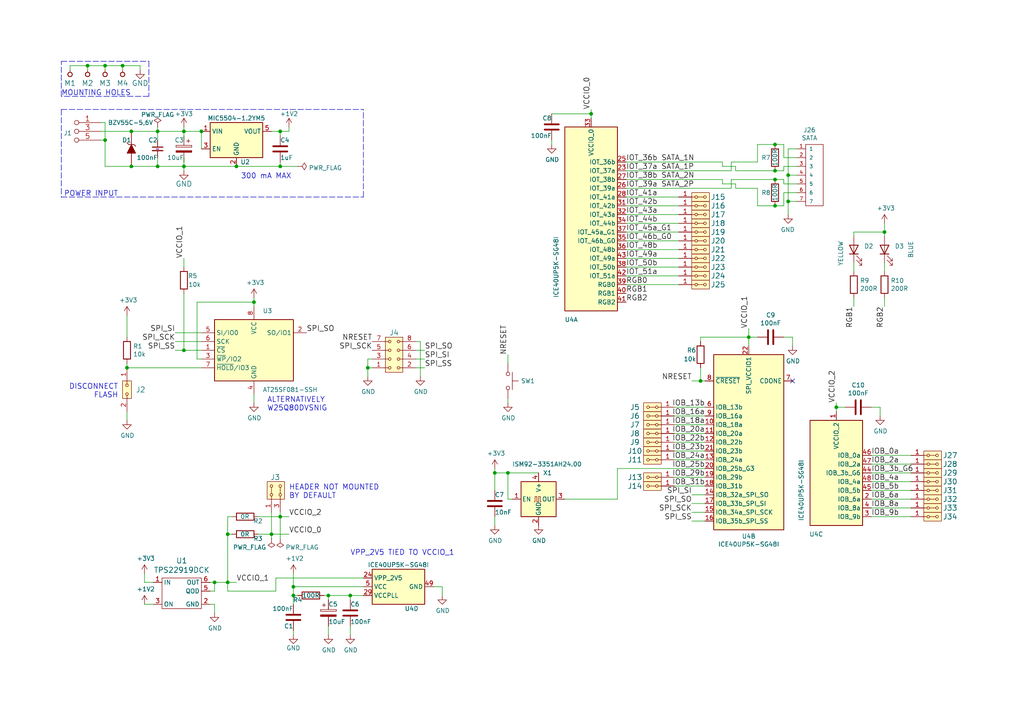
<source format=kicad_sch>
(kicad_sch (version 20211123) (generator eeschema)
  (paper "A4")
  (title_block (title "PROGLOG01B") (date "2022-02-13") (company "Mlab www.mlab.cz") (comment 1 "open source toolchain FPGA") (comment 3 "Povik"))
  (junction (at 95.25 172.72))
  (junction (at 217.17 97.79))
  (junction (at 106.68 106.68))
  (junction (at 256.54 67.31))
  (junction (at 228.6 58.42))
  (junction (at 81.28 38.1))
  (junction (at 53.34 38.1))
  (junction (at 38.1 38.1))
  (junction (at 62.23 168.91))
  (junction (at 81.28 48.26))
  (junction (at 171.45 33.02))
  (junction (at 228.6 50.8))
  (junction (at 25.4 19.05))
  (junction (at 85.09 172.72))
  (junction (at 143.51 137.16))
  (junction (at 36.83 106.68))
  (junction (at 224.79 49.53))
  (junction (at 35.56 19.05))
  (junction (at 224.79 41.91))
  (junction (at 66.04 168.91))
  (junction (at 85.09 170.18))
  (junction (at 38.1 48.26))
  (junction (at 224.79 59.69))
  (junction (at 45.72 48.26))
  (junction (at 81.28 149.86))
  (junction (at 78.74 154.94))
  (junction (at 147.32 137.16))
  (junction (at 73.66 87.63))
  (junction (at 30.48 19.05))
  (junction (at 30.48 40.64))
  (junction (at 68.58 48.26))
  (junction (at 101.6 172.72))
  (junction (at 66.04 154.94))
  (junction (at 53.34 101.6))
  (junction (at 45.72 38.1))
  (junction (at 224.79 52.07))
  (junction (at 242.57 118.11))
  (junction (at 58.42 38.1))
  (junction (at 203.2 110.49))
  (junction (at 53.34 48.26))
  (no_connect (at 229.87 110.49))
  (wire (pts (xy 62.23 171.45) (xy 62.23 168.91)))
  (wire (pts (xy 229.87 97.79) (xy 229.87 100.33)))
  (wire (pts (xy 57.15 87.63) (xy 73.66 87.63)))
  (wire (pts (xy 181.61 49.53) (xy 212.09 49.53)))
  (polyline (pts (xy 17.78 57.15) (xy 105.41 57.15)))
  (wire (pts (xy 30.48 20.32) (xy 30.48 19.05)))
  (polyline (pts (xy 43.18 27.94) (xy 17.78 27.94)))
  (wire (pts (xy 209.55 46.99) (xy 209.55 48.26)))
  (wire (pts (xy 40.64 20.32) (xy 40.64 19.05)))
  (wire (pts (xy 41.91 166.37) (xy 41.91 168.91)))
  (wire (pts (xy 66.04 154.94) (xy 67.31 154.94)))
  (wire (pts (xy 203.2 110.49) (xy 204.47 110.49)))
  (wire (pts (xy 204.47 133.35) (xy 195.58 133.35)))
  (wire (pts (xy 209.55 52.07) (xy 181.61 52.07)))
  (wire (pts (xy 227.33 41.91) (xy 224.79 41.91)))
  (wire (pts (xy 40.64 19.05) (xy 35.56 19.05)))
  (wire (pts (xy 247.65 67.31) (xy 247.65 68.58)))
  (wire (pts (xy 57.15 104.14) (xy 57.15 87.63)))
  (wire (pts (xy 209.55 53.34) (xy 213.36 53.34)))
  (wire (pts (xy 224.79 59.69) (xy 219.71 59.69)))
  (wire (pts (xy 252.73 118.11) (xy 255.27 118.11)))
  (wire (pts (xy 147.32 144.78) (xy 148.59 144.78)))
  (wire (pts (xy 171.45 31.75) (xy 171.45 33.02)))
  (wire (pts (xy 93.98 172.72) (xy 95.25 172.72)))
  (polyline (pts (xy 17.78 31.75) (xy 17.78 57.15)))
  (wire (pts (xy 85.09 166.37) (xy 85.09 170.18)))
  (wire (pts (xy 85.09 172.72) (xy 85.09 175.26)))
  (wire (pts (xy 73.66 114.3) (xy 73.66 116.84)))
  (wire (pts (xy 228.6 58.42) (xy 231.14 58.42)))
  (wire (pts (xy 120.65 99.06) (xy 121.92 99.06)))
  (wire (pts (xy 181.61 80.01) (xy 196.85 80.01)))
  (wire (pts (xy 81.28 46.99) (xy 81.28 48.26)))
  (wire (pts (xy 45.72 48.26) (xy 53.34 48.26)))
  (wire (pts (xy 219.71 54.61) (xy 213.36 54.61)))
  (wire (pts (xy 73.66 87.63) (xy 73.66 88.9)))
  (wire (pts (xy 256.54 86.36) (xy 256.54 88.9)))
  (wire (pts (xy 147.32 137.16) (xy 156.21 137.16)))
  (wire (pts (xy 181.61 62.23) (xy 196.85 62.23)))
  (wire (pts (xy 143.51 149.86) (xy 143.51 152.4)))
  (wire (pts (xy 20.32 19.05) (xy 20.32 20.32)))
  (wire (pts (xy 125.73 170.18) (xy 128.27 170.18)))
  (wire (pts (xy 29.21 38.1) (xy 38.1 38.1)))
  (wire (pts (xy 78.74 154.94) (xy 78.74 156.21)))
  (wire (pts (xy 195.58 120.65) (xy 204.47 120.65)))
  (wire (pts (xy 227.33 49.53) (xy 227.33 48.26)))
  (wire (pts (xy 252.73 147.32) (xy 264.16 147.32)))
  (wire (pts (xy 203.2 99.06) (xy 203.2 97.79)))
  (wire (pts (xy 195.58 123.19) (xy 204.47 123.19)))
  (wire (pts (xy 78.74 148.59) (xy 78.74 154.94)))
  (wire (pts (xy 101.6 173.99) (xy 101.6 172.72)))
  (wire (pts (xy 66.04 149.86) (xy 66.04 154.94)))
  (wire (pts (xy 147.32 115.57) (xy 147.32 116.84)))
  (wire (pts (xy 195.58 130.81) (xy 204.47 130.81)))
  (wire (pts (xy 73.66 87.63) (xy 73.66 86.36)))
  (wire (pts (xy 227.33 97.79) (xy 229.87 97.79)))
  (wire (pts (xy 50.8 99.06) (xy 58.42 99.06)))
  (wire (pts (xy 62.23 175.26) (xy 62.23 177.8)))
  (wire (pts (xy 181.61 74.93) (xy 196.85 74.93)))
  (wire (pts (xy 247.65 76.2) (xy 247.65 78.74)))
  (wire (pts (xy 181.61 77.47) (xy 196.85 77.47)))
  (wire (pts (xy 181.61 67.31) (xy 196.85 67.31)))
  (wire (pts (xy 120.65 101.6) (xy 123.19 101.6)))
  (wire (pts (xy 85.09 170.18) (xy 85.09 172.72)))
  (wire (pts (xy 228.6 43.18) (xy 228.6 50.8)))
  (wire (pts (xy 101.6 181.61) (xy 101.6 184.15)))
  (wire (pts (xy 60.96 175.26) (xy 62.23 175.26)))
  (wire (pts (xy 204.47 148.59) (xy 200.66 148.59)))
  (wire (pts (xy 227.33 45.72) (xy 227.33 41.91)))
  (wire (pts (xy 36.83 97.79) (xy 36.83 91.44)))
  (wire (pts (xy 95.25 173.99) (xy 95.25 172.72)))
  (wire (pts (xy 53.34 36.83) (xy 53.34 38.1)))
  (wire (pts (xy 38.1 48.26) (xy 45.72 48.26)))
  (wire (pts (xy 231.14 55.88) (xy 227.33 55.88)))
  (wire (pts (xy 203.2 106.68) (xy 203.2 110.49)))
  (wire (pts (xy 256.54 67.31) (xy 247.65 67.31)))
  (wire (pts (xy 224.79 49.53) (xy 227.33 49.53)))
  (wire (pts (xy 227.33 59.69) (xy 224.79 59.69)))
  (wire (pts (xy 80.01 167.64) (xy 105.41 167.64)))
  (wire (pts (xy 53.34 74.93) (xy 53.34 77.47)))
  (wire (pts (xy 264.16 144.78) (xy 252.73 144.78)))
  (wire (pts (xy 204.47 146.05) (xy 200.66 146.05)))
  (wire (pts (xy 35.56 19.05) (xy 30.48 19.05)))
  (wire (pts (xy 217.17 95.25) (xy 217.17 97.79)))
  (wire (pts (xy 35.56 20.32) (xy 35.56 19.05)))
  (wire (pts (xy 81.28 149.86) (xy 81.28 156.21)))
  (wire (pts (xy 212.09 46.99) (xy 219.71 46.99)))
  (wire (pts (xy 58.42 43.18) (xy 58.42 38.1)))
  (wire (pts (xy 45.72 45.72) (xy 45.72 48.26)))
  (wire (pts (xy 242.57 116.84) (xy 242.57 118.11)))
  (wire (pts (xy 62.23 168.91) (xy 60.96 168.91)))
  (polyline (pts (xy 17.78 31.75) (xy 105.41 31.75)))
  (wire (pts (xy 106.68 106.68) (xy 107.95 106.68)))
  (wire (pts (xy 203.2 97.79) (xy 217.17 97.79)))
  (wire (pts (xy 121.92 99.06) (xy 121.92 109.22)))
  (wire (pts (xy 95.25 172.72) (xy 101.6 172.72)))
  (wire (pts (xy 181.61 82.55) (xy 196.85 82.55)))
  (wire (pts (xy 242.57 118.11) (xy 242.57 119.38)))
  (wire (pts (xy 53.34 48.26) (xy 68.58 48.26)))
  (wire (pts (xy 30.48 40.64) (xy 30.48 48.26)))
  (wire (pts (xy 217.17 97.79) (xy 217.17 100.33)))
  (wire (pts (xy 143.51 137.16) (xy 147.32 137.16)))
  (wire (pts (xy 45.72 38.1) (xy 53.34 38.1)))
  (wire (pts (xy 53.34 48.26) (xy 53.34 49.53)))
  (wire (pts (xy 25.4 19.05) (xy 20.32 19.05)))
  (wire (pts (xy 81.28 48.26) (xy 86.36 48.26)))
  (wire (pts (xy 181.61 46.99) (xy 209.55 46.99)))
  (wire (pts (xy 123.19 104.14) (xy 120.65 104.14)))
  (wire (pts (xy 25.4 20.32) (xy 25.4 19.05)))
  (wire (pts (xy 181.61 69.85) (xy 196.85 69.85)))
  (polyline (pts (xy 17.78 27.94) (xy 17.78 17.78)))
  (wire (pts (xy 81.28 38.1) (xy 81.28 39.37)))
  (wire (pts (xy 38.1 38.1) (xy 45.72 38.1)))
  (wire (pts (xy 120.65 106.68) (xy 123.19 106.68)))
  (wire (pts (xy 147.32 105.41) (xy 147.32 102.87)))
  (wire (pts (xy 181.61 59.69) (xy 196.85 59.69)))
  (wire (pts (xy 45.72 38.1) (xy 45.72 40.64)))
  (wire (pts (xy 227.33 48.26) (xy 231.14 48.26)))
  (wire (pts (xy 160.02 40.64) (xy 160.02 41.91)))
  (wire (pts (xy 85.09 182.88) (xy 85.09 184.15)))
  (wire (pts (xy 107.95 104.14) (xy 106.68 104.14)))
  (wire (pts (xy 252.73 137.16) (xy 264.16 137.16)))
  (wire (pts (xy 217.17 97.79) (xy 219.71 97.79)))
  (wire (pts (xy 231.14 45.72) (xy 227.33 45.72)))
  (wire (pts (xy 74.93 154.94) (xy 78.74 154.94)))
  (wire (pts (xy 30.48 19.05) (xy 25.4 19.05)))
  (wire (pts (xy 200.66 110.49) (xy 203.2 110.49)))
  (wire (pts (xy 66.04 149.86) (xy 67.31 149.86)))
  (wire (pts (xy 256.54 67.31) (xy 256.54 68.58)))
  (wire (pts (xy 179.07 135.89) (xy 204.47 135.89)))
  (wire (pts (xy 255.27 118.11) (xy 255.27 120.65)))
  (wire (pts (xy 264.16 134.62) (xy 252.73 134.62)))
  (wire (pts (xy 53.34 45.72) (xy 53.34 48.26)))
  (wire (pts (xy 204.47 151.13) (xy 200.66 151.13)))
  (wire (pts (xy 247.65 86.36) (xy 247.65 88.9)))
  (wire (pts (xy 213.36 53.34) (xy 213.36 54.61)))
  (wire (pts (xy 231.14 53.34) (xy 227.33 53.34)))
  (polyline (pts (xy 43.18 17.78) (xy 43.18 27.94)))
  (wire (pts (xy 74.93 149.86) (xy 81.28 149.86)))
  (wire (pts (xy 256.54 64.77) (xy 256.54 67.31)))
  (wire (pts (xy 50.8 96.52) (xy 58.42 96.52)))
  (wire (pts (xy 219.71 59.69) (xy 219.71 54.61)))
  (wire (pts (xy 29.21 40.64) (xy 30.48 40.64)))
  (wire (pts (xy 81.28 38.1) (xy 83.82 38.1)))
  (wire (pts (xy 41.91 168.91) (xy 44.45 168.91)))
  (wire (pts (xy 128.27 170.18) (xy 128.27 172.72)))
  (wire (pts (xy 53.34 85.09) (xy 53.34 101.6)))
  (wire (pts (xy 181.61 54.61) (xy 212.09 54.61)))
  (wire (pts (xy 228.6 50.8) (xy 228.6 58.42)))
  (wire (pts (xy 50.8 101.6) (xy 53.34 101.6)))
  (wire (pts (xy 143.51 142.24) (xy 143.51 137.16)))
  (wire (pts (xy 66.04 168.91) (xy 66.04 171.45)))
  (wire (pts (xy 66.04 168.91) (xy 66.04 154.94)))
  (wire (pts (xy 80.01 171.45) (xy 66.04 171.45)))
  (wire (pts (xy 101.6 172.72) (xy 105.41 172.72)))
  (wire (pts (xy 212.09 52.07) (xy 212.09 54.61)))
  (wire (pts (xy 30.48 48.26) (xy 38.1 48.26)))
  (wire (pts (xy 264.16 149.86) (xy 252.73 149.86)))
  (wire (pts (xy 143.51 135.89) (xy 143.51 137.16)))
  (wire (pts (xy 209.55 52.07) (xy 209.55 53.34)))
  (wire (pts (xy 160.02 33.02) (xy 171.45 33.02)))
  (wire (pts (xy 53.34 38.1) (xy 53.34 40.64)))
  (wire (pts (xy 95.25 181.61) (xy 95.25 184.15)))
  (wire (pts (xy 53.34 101.6) (xy 58.42 101.6)))
  (wire (pts (xy 204.47 143.51) (xy 200.66 143.51)))
  (wire (pts (xy 228.6 50.8) (xy 231.14 50.8)))
  (wire (pts (xy 228.6 58.42) (xy 228.6 62.23)))
  (wire (pts (xy 227.33 55.88) (xy 227.33 59.69)))
  (polyline (pts (xy 17.78 17.78) (xy 43.18 17.78)))
  (wire (pts (xy 209.55 48.26) (xy 213.36 48.26)))
  (wire (pts (xy 85.09 172.72) (xy 86.36 172.72)))
  (wire (pts (xy 195.58 138.43) (xy 204.47 138.43)))
  (wire (pts (xy 224.79 41.91) (xy 219.71 41.91)))
  (wire (pts (xy 45.72 36.83) (xy 45.72 38.1)))
  (wire (pts (xy 36.83 105.41) (xy 36.83 106.68)))
  (wire (pts (xy 85.09 170.18) (xy 105.41 170.18)))
  (wire (pts (xy 252.73 132.08) (xy 264.16 132.08)))
  (wire (pts (xy 195.58 140.97) (xy 204.47 140.97)))
  (wire (pts (xy 181.61 64.77) (xy 196.85 64.77)))
  (wire (pts (xy 264.16 139.7) (xy 252.73 139.7)))
  (wire (pts (xy 58.42 104.14) (xy 57.15 104.14)))
  (wire (pts (xy 181.61 57.15) (xy 196.85 57.15)))
  (wire (pts (xy 66.04 168.91) (xy 68.58 168.91)))
  (wire (pts (xy 30.48 35.56) (xy 30.48 40.64)))
  (wire (pts (xy 227.33 53.34) (xy 227.33 52.07)))
  (wire (pts (xy 204.47 128.27) (xy 195.58 128.27)))
  (wire (pts (xy 163.83 144.78) (xy 179.07 144.78)))
  (wire (pts (xy 36.83 106.68) (xy 58.42 106.68)))
  (wire (pts (xy 179.07 144.78) (xy 179.07 135.89)))
  (wire (pts (xy 68.58 48.26) (xy 81.28 48.26)))
  (wire (pts (xy 106.68 109.22) (xy 106.68 106.68)))
  (wire (pts (xy 29.21 35.56) (xy 30.48 35.56)))
  (wire (pts (xy 181.61 72.39) (xy 196.85 72.39)))
  (wire (pts (xy 78.74 38.1) (xy 81.28 38.1)))
  (wire (pts (xy 256.54 76.2) (xy 256.54 78.74)))
  (wire (pts (xy 62.23 168.91) (xy 66.04 168.91)))
  (wire (pts (xy 171.45 33.02) (xy 171.45 34.29)))
  (wire (pts (xy 212.09 52.07) (xy 224.79 52.07)))
  (wire (pts (xy 213.36 48.26) (xy 213.36 49.53)))
  (wire (pts (xy 224.79 49.53) (xy 213.36 49.53)))
  (wire (pts (xy 195.58 125.73) (xy 204.47 125.73)))
  (wire (pts (xy 78.74 154.94) (xy 83.82 154.94)))
  (wire (pts (xy 106.68 104.14) (xy 106.68 106.68)))
  (wire (pts (xy 245.11 118.11) (xy 242.57 118.11)))
  (wire (pts (xy 41.91 175.26) (xy 44.45 175.26)))
  (polyline (pts (xy 105.41 57.15) (xy 105.41 31.75)))
  (wire (pts (xy 212.09 46.99) (xy 212.09 49.53)))
  (wire (pts (xy 219.71 41.91) (xy 219.71 46.99)))
  (wire (pts (xy 53.34 38.1) (xy 58.42 38.1)))
  (wire (pts (xy 36.83 119.38) (xy 36.83 121.92)))
  (wire (pts (xy 83.82 38.1) (xy 83.82 36.83)))
  (wire (pts (xy 195.58 118.11) (xy 204.47 118.11)))
  (wire (pts (xy 80.01 171.45) (xy 80.01 167.64)))
  (wire (pts (xy 227.33 52.07) (xy 224.79 52.07)))
  (wire (pts (xy 81.28 149.86) (xy 83.82 149.86)))
  (wire (pts (xy 231.14 43.18) (xy 228.6 43.18)))
  (wire (pts (xy 60.96 171.45) (xy 62.23 171.45)))
  (wire (pts (xy 252.73 142.24) (xy 264.16 142.24)))
  (wire (pts (xy 147.32 137.16) (xy 147.32 144.78)))
  (wire (pts (xy 81.28 149.86) (xy 81.28 148.59)))
  (text "HEADER NOT MOUNTED\nBY DEFAULT" (at 83.82 144.78 0) (effects (font (size 1.524 1.524)) (justify left bottom)))
  (text "VPP_2V5 TIED TO VCCIO_1" (at 101.6 161.29 0) (effects (font (size 1.524 1.524)) (justify left bottom)))
  (text "MOUNTING HOLES" (at 17.78 27.94 0) (effects (font (size 1.524 1.524)) (justify left bottom)))
  (text "DISCONNECT\nFLASH" (at 34.29 115.57 180) (effects (font (size 1.524 1.524)) (justify right bottom)))
  (text "300 mA MAX" (at 69.85 52.07 0) (effects (font (size 1.524 1.524)) (justify left bottom)))
  (text "POWER INPUT" (at 34.29 57.15 180) (effects (font (size 1.524 1.524)) (justify right bottom)))
  (text "ALTERNATIVELY\nW25Q80DVSNIG" (at 77.47 119.38 0) (effects (font (size 1.524 1.524)) (justify left bottom)))
  (label "NRESET" (at 107.95 99.06 180) (effects (font (size 1.524 1.524))))
  (label "IOB_31b" (at 204.47 140.97 180) (effects (font (size 1.524 1.524))))
  (label "IOT_39a" (at 181.61 54.61 0) (effects (font (size 1.524 1.524))))
  (label "RGB2" (at 181.61 87.63 0) (effects (font (size 1.524 1.524))))
  (label "IOT_46b_G0" (at 181.61 69.85 0) (effects (font (size 1.524 1.524))))
  (label "RGB0" (at 181.61 82.55 0) (effects (font (size 1.524 1.524))))
  (label "IOB_4a" (at 252.73 139.7 0) (effects (font (size 1.524 1.524))))
  (label "IOT_38b" (at 181.61 52.07 0) (effects (font (size 1.524 1.524))))
  (label "SPI_SS" (at 50.8 101.6 180) (effects (font (size 1.524 1.524))))
  (label "IOB_5b" (at 252.73 142.24 0) (effects (font (size 1.524 1.524))))
  (label "NRESET" (at 200.66 110.49 180) (effects (font (size 1.524 1.524))))
  (label "IOT_49a" (at 181.61 74.93 0) (effects (font (size 1.524 1.524))))
  (label "IOB_9b" (at 252.73 149.86 0) (effects (font (size 1.524 1.524))))
  (label "IOT_44b" (at 181.61 64.77 0) (effects (font (size 1.524 1.524))))
  (label "SATA_2P" (at 191.77 54.61 0) (effects (font (size 1.524 1.524))))
  (label "IOB_25b" (at 204.47 135.89 180) (effects (font (size 1.524 1.524))))
  (label "IOB_24a" (at 204.47 133.35 180) (effects (font (size 1.524 1.524))))
  (label "IOB_13b" (at 204.47 118.11 180) (effects (font (size 1.524 1.524))))
  (label "SPI_SO" (at 88.9 96.52 0) (effects (font (size 1.524 1.524))))
  (label "VCCIO_2" (at 242.57 116.84 90) (effects (font (size 1.524 1.524))))
  (label "IOB_8a" (at 252.73 147.32 0) (effects (font (size 1.524 1.524))))
  (label "IOT_45a_G1" (at 181.61 67.31 0) (effects (font (size 1.524 1.524))))
  (label "SATA_2N" (at 191.77 52.07 0) (effects (font (size 1.524 1.524))))
  (label "IOT_41a" (at 181.61 57.15 0) (effects (font (size 1.524 1.524))))
  (label "IOB_20a" (at 204.47 125.73 180) (effects (font (size 1.524 1.524))))
  (label "RGB2" (at 256.54 88.9 270) (effects (font (size 1.524 1.524))))
  (label "SATA_1P" (at 191.77 49.53 0) (effects (font (size 1.524 1.524))))
  (label "SPI_SI" (at 50.8 96.52 180) (effects (font (size 1.524 1.524))))
  (label "IOB_3b_G6" (at 252.73 137.16 0) (effects (font (size 1.524 1.524))))
  (label "IOB_22b" (at 204.47 128.27 180) (effects (font (size 1.524 1.524))))
  (label "IOT_36b" (at 181.61 46.99 0) (effects (font (size 1.524 1.524))))
  (label "RGB1" (at 181.61 85.09 0) (effects (font (size 1.524 1.524))))
  (label "SPI_SCK" (at 107.95 101.6 180) (effects (font (size 1.524 1.524))))
  (label "IOT_37a" (at 181.61 49.53 0) (effects (font (size 1.524 1.524))))
  (label "NRESET" (at 147.32 102.87 90) (effects (font (size 1.524 1.524))))
  (label "VCCIO_0" (at 171.45 31.75 90) (effects (font (size 1.524 1.524))))
  (label "IOB_23b" (at 204.47 130.81 180) (effects (font (size 1.524 1.524))))
  (label "VCCIO_1" (at 53.34 74.93 90) (effects (font (size 1.524 1.524))))
  (label "IOT_51a" (at 181.61 80.01 0) (effects (font (size 1.524 1.524))))
  (label "VCCIO_0" (at 83.82 154.94 0) (effects (font (size 1.524 1.524))))
  (label "IOT_50b" (at 181.61 77.47 0) (effects (font (size 1.524 1.524))))
  (label "SPI_SO" (at 200.66 146.05 180) (effects (font (size 1.524 1.524))))
  (label "VCCIO_1" (at 68.58 168.91 0) (effects (font (size 1.524 1.524))))
  (label "IOB_18a" (at 204.47 123.19 180) (effects (font (size 1.524 1.524))))
  (label "VCCIO_2" (at 83.82 149.86 0) (effects (font (size 1.524 1.524))))
  (label "IOB_16a" (at 204.47 120.65 180) (effects (font (size 1.524 1.524))))
  (label "IOB_29b" (at 204.47 138.43 180) (effects (font (size 1.524 1.524))))
  (label "IOT_43a" (at 181.61 62.23 0) (effects (font (size 1.524 1.524))))
  (label "SPI_SO" (at 123.19 101.6 0) (effects (font (size 1.524 1.524))))
  (label "SPI_SS" (at 200.66 151.13 180) (effects (font (size 1.524 1.524))))
  (label "IOT_42b" (at 181.61 59.69 0) (effects (font (size 1.524 1.524))))
  (label "SATA_1N" (at 191.77 46.99 0) (effects (font (size 1.524 1.524))))
  (label "SPI_SI" (at 123.19 104.14 0) (effects (font (size 1.524 1.524))))
  (label "SPI_SS" (at 123.19 106.68 0) (effects (font (size 1.524 1.524))))
  (label "VCCIO_1" (at 217.17 95.25 90) (effects (font (size 1.524 1.524))))
  (label "SPI_SI" (at 200.66 143.51 180) (effects (font (size 1.524 1.524))))
  (label "SPI_SCK" (at 50.8 99.06 180) (effects (font (size 1.524 1.524))))
  (label "IOT_48b" (at 181.61 72.39 0) (effects (font (size 1.524 1.524))))
  (label "IOB_6a" (at 252.73 144.78 0) (effects (font (size 1.524 1.524))))
  (label "IOB_2a" (at 252.73 134.62 0) (effects (font (size 1.524 1.524))))
  (label "IOB_0a" (at 252.73 132.08 0) (effects (font (size 1.524 1.524))))
  (label "SPI_SCK" (at 200.66 148.59 180) (effects (font (size 1.524 1.524))))
  (label "RGB1" (at 247.65 88.9 270) (effects (font (size 1.524 1.524))))
  (symbol (lib_id "power:GND") (at 53.34 49.53 0) (mirror y) (unit 1)
    (property "Reference" "#PWR08" (effects hide))
    (property "Value" "GND" (at 53.34 53.34 0) (effects (font (size 1.524 1.524))))
  )
  (symbol (lib_id "MLAB_MECHANICAL:HOLE") (at 20.32 21.59 90) (unit 1)
    (property "Reference" "M1" (at 20.32 24.13 90) (effects (font (size 1.524 1.524))))
    (property "Value" "HOLE" (effects hide))
    (property "Footprint" "Mlab_Mechanical:MountingHole_3mm" (effects hide))
  )
  (symbol (lib_id "MLAB_MECHANICAL:HOLE") (at 25.4 21.59 90) (unit 1)
    (property "Reference" "M2" (at 25.4 24.13 90) (effects (font (size 1.524 1.524))))
    (property "Value" "HOLE" (effects hide))
    (property "Footprint" "Mlab_Mechanical:MountingHole_3mm" (effects hide))
  )
  (symbol (lib_id "MLAB_MECHANICAL:HOLE") (at 30.48 21.59 90) (unit 1)
    (property "Reference" "M3" (at 30.48 24.13 90) (effects (font (size 1.524 1.524))))
    (property "Value" "HOLE" (effects hide))
    (property "Footprint" "Mlab_Mechanical:MountingHole_3mm" (effects hide))
  )
  (symbol (lib_id "MLAB_MECHANICAL:HOLE") (at 35.56 21.59 90) (unit 1)
    (property "Reference" "M4" (at 35.56 24.13 90) (effects (font (size 1.524 1.524))))
    (property "Value" "HOLE" (effects hide))
    (property "Footprint" "Mlab_Mechanical:MountingHole_3mm" (effects hide))
  )
  (symbol (lib_id "power:GND") (at 40.64 20.32 0) (unit 1)
    (property "Reference" "#PWR05" (effects hide))
    (property "Value" "GND" (at 40.64 24.13 0) (effects (font (size 1.524 1.524))))
  )
  (symbol (lib_id "Device:C_Small") (at 45.72 43.18 0) (mirror y) (unit 1)
    (property "Reference" "C2" (at 45.72 40.64 0) (effects (justify left)))
    (property "Value" "100nF" (at 45.72 45.72 0) (effects (justify left)))
    (property "Footprint" "Capacitor_SMD:C_0805_2012Metric" (effects hide))
    (property "Datasheet" "~" (at 45.72 43.18 0) (effects (font (size 1.524 1.524))))
    (property "UST_id" "C0805_100n" (effects hide))
    (property "UST_ID" "5c70984712875079b91f8b4c" (effects hide))
  )
  (symbol (lib_id "Device:C_Polarized") (at 53.34 43.18 0) (mirror y) (unit 1)
    (property "Reference" "C3" (at 53.34 40.64 0) (effects (justify left)))
    (property "Value" "10uF" (at 53.34 45.72 0) (effects (justify left)))
    (property "Footprint" "Capacitor_SMD:C_0805_2012Metric" (effects hide))
    (property "UST_ID" "5c70984812875079b91f8bbd" (effects hide))
  )
  (symbol (lib_id "MLAB_Jumpers:JUMP_3X2") (at 19.05 39.37 0) (mirror y) (unit 1)
    (property "Reference" "J1" (at 20.8534 38.608 0) (effects (justify left)))
    (property "Value" "JUMP_3X2" (effects hide))
    (property "Footprint" "Mlab_Pin_Headers:Straight_2x03" (effects hide))
  )
  (symbol (lib_id "MLAB_D:D_ZENER") (at 38.1 43.18 90) (mirror x) (unit 1)
    (property "Reference" "D1" (at 38.1 40.64 90) (effects (justify left)))
    (property "Value" "BZV55C-5,6V" (at 44.45 35.56 90) (effects (justify left)))
    (property "Footprint" "Mlab_D:Diode-MiniMELF_Standard" (effects hide))
    (property "UST_ID" "5c70984512875079b91f88b2" (effects hide))
  )
  (symbol (lib_id "FPGA_Lattice:ICE40UP5K-SG48ITR") (at 171.45 62.23 0) (mirror y) (unit 1)
    (property "Reference" "U4" (at 167.64 92.71 0) (effects (justify left)))
    (property "Value" "ICE40UP5K-SG48I" (at 161.29 86.36 90) (effects (justify left)))
    (property "Footprint" "Package_DFN_QFN:QFN-48-1EP_7x7mm_P0.5mm_EP5.6x5.6mm" (effects hide))
    (property "Datasheet" "http://www.latticesemi.com/Products/FPGAandCPLD/iCE40Ultra" (effects hide))
    (property "UST_ID" "5dc504cb128750448eca1b12" (effects hide))
  )
  (symbol (lib_id "FPGA_Lattice:ICE40UP5K-SG48ITR") (at 217.17 128.27 0) (unit 2)
    (property "Reference" "U4" (at 217.17 155.5496 0))
    (property "Value" "ICE40UP5K-SG48I" (at 217.17 157.861 0))
    (property "Footprint" "Package_DFN_QFN:QFN-48-1EP_7x7mm_P0.5mm_EP5.6x5.6mm" (effects hide))
    (property "Datasheet" "http://www.latticesemi.com/Products/FPGAandCPLD/iCE40Ultra" (effects hide))
    (property "UST_ID" "5dc504cb128750448eca1b12" (effects hide))
  )
  (symbol (lib_id "FPGA_Lattice:ICE40UP5K-SG48ITR") (at 242.57 137.16 0) (mirror y) (unit 3)
    (property "Reference" "U4" (at 238.76 154.94 0) (effects (justify left)))
    (property "Value" "ICE40UP5K-SG48I" (at 232.41 151.13 90) (effects (justify left)))
    (property "Footprint" "Package_DFN_QFN:QFN-48-1EP_7x7mm_P0.5mm_EP5.6x5.6mm" (effects hide))
    (property "Datasheet" "http://www.latticesemi.com/Products/FPGAandCPLD/iCE40Ultra" (effects hide))
    (property "UST_ID" "5dc504cb128750448eca1b12" (effects hide))
  )
  (symbol (lib_id "FPGA_Lattice:ICE40UP5K-SG48ITR") (at 115.57 170.18 90) (mirror x) (unit 4)
    (property "Reference" "U4" (at 119.38 176.53 90))
    (property "Value" "ICE40UP5K-SG48I" (at 115.57 163.83 90))
    (property "Footprint" "Package_DFN_QFN:QFN-48-1EP_7x7mm_P0.5mm_EP5.6x5.6mm" (effects hide))
    (property "Datasheet" "http://www.latticesemi.com/Products/FPGAandCPLD/iCE40Ultra" (effects hide))
    (property "UST_ID" "5dc504cb128750448eca1b12" (effects hide))
  )
  (symbol (lib_id "power:+1V2") (at 85.09 166.37 0) (unit 1)
    (property "Reference" "#PWR013" (effects hide))
    (property "Value" "+1V2" (at 85.471 161.9758 0))
  )
  (symbol (lib_id "Device:R") (at 90.17 172.72 270) (unit 1)
    (property "Reference" "R4" (at 86.36 173.99 90))
    (property "Value" "100R" (at 90.17 172.72 90))
    (property "Footprint" "Resistor_SMD:R_0805_2012Metric" (effects hide))
    (property "UST_ID" "5c70984512875079b91f8977" (effects hide))
  )
  (symbol (lib_id "Device:C") (at 101.6 177.8 0) (unit 1)
    (property "Reference" "C6" (at 101.6 175.26 0) (effects (justify left)))
    (property "Value" "100nF" (at 101.6 180.34 0) (effects (justify left)))
    (property "Footprint" "Capacitor_SMD:C_0805_2012Metric" (effects hide))
    (property "UST_ID" "5c70984712875079b91f8b4c" (effects hide))
  )
  (symbol (lib_id "power:GND") (at 95.25 184.15 0) (unit 1)
    (property "Reference" "#PWR014" (effects hide))
    (property "Value" "GND" (at 95.377 188.5442 0))
  )
  (symbol (lib_id "power:GND") (at 128.27 172.72 0) (unit 1)
    (property "Reference" "#PWR016" (effects hide))
    (property "Value" "GND" (at 128.397 177.1142 0))
  )
  (symbol (lib_id "power:+3V3") (at 256.54 64.77 0) (unit 1)
    (property "Reference" "#PWR022" (effects hide))
    (property "Value" "+3V3" (at 256.921 60.3758 0))
  )
  (symbol (lib_id "Device:LED") (at 256.54 72.39 90) (unit 1)
    (property "Reference" "D3" (at 259.5118 71.4248 90) (effects (justify right)))
    (property "Value" "BLUE" (at 264.16 69.85 0) (effects (justify right)))
    (property "Footprint" "Mlab_D:LED_1206" (effects hide))
    (property "UST_ID" "5c70984512875079b91f8898" (effects hide))
  )
  (symbol (lib_id "Device:LED") (at 247.65 72.39 90) (unit 1)
    (property "Reference" "D2" (at 250.6218 71.4248 90) (effects (justify right)))
    (property "Value" "YELLOW" (at 243.84 69.85 0) (effects (justify right)))
    (property "Footprint" "Mlab_D:LED_1206" (effects hide))
    (property "UST_ID" "5c70984412875079b91f8897" (effects hide))
  )
  (symbol (lib_id "Device:R") (at 247.65 82.55 0) (unit 1)
    (property "Reference" "R9" (at 249.428 81.3816 0) (effects (justify left)))
    (property "Value" "200R" (at 249.428 83.693 0) (effects (justify left)))
    (property "Footprint" "Resistor_SMD:R_0805_2012Metric" (effects hide))
    (property "UST_ID" "5c70984512875079b91f897d" (effects hide))
  )
  (symbol (lib_id "Device:R") (at 256.54 82.55 0) (unit 1)
    (property "Reference" "R10" (at 258.318 81.3816 0) (effects (justify left)))
    (property "Value" "200R" (at 258.318 83.693 0) (effects (justify left)))
    (property "Footprint" "Resistor_SMD:R_0805_2012Metric" (effects hide))
    (property "UST_ID" "5c70984512875079b91f897d" (effects hide))
  )
  (symbol (lib_id "power:+3V3") (at 41.91 166.37 0) (unit 1)
    (property "Reference" "#PWR01" (effects hide))
    (property "Value" "+3V3" (at 42.291 161.9758 0))
  )
  (symbol (lib_id "power:GND") (at 62.23 177.8 0) (unit 1)
    (property "Reference" "#PWR09" (effects hide))
    (property "Value" "GND" (at 62.357 182.1942 0))
  )
  (symbol (lib_id "Device:R") (at 53.34 81.28 0) (unit 1)
    (property "Reference" "R5" (at 55.88 80.01 0))
    (property "Value" "10k" (at 54.61 82.55 0) (effects (justify left)))
    (property "Footprint" "Resistor_SMD:R_0805_2012Metric" (effects hide))
    (property "UST_ID" "5c70984612875079b91f899f" (effects hide))
  )
  (symbol (lib_id "MLAB_HEADER:HEADER_2x04") (at 114.3 102.87 0) (mirror x) (unit 1)
    (property "Reference" "J4" (at 114.3 96.52 0) (effects (font (size 1.524 1.524))))
    (property "Value" "HEADER_2x04" (effects hide))
    (property "Footprint" "Mlab_Pin_Headers:Straight_2x04" (effects hide))
  )
  (symbol (lib_id "Switch:SW_Push") (at 147.32 110.49 270) (unit 1)
    (property "Reference" "SW1" (at 151.0792 110.49 90) (effects (justify left)))
    (property "Value" "SW_Push" (effects hide))
    (property "Footprint" "Mlab_SW:SW_PUSH_SMALL" (effects hide))
    (property "UST_ID" "5c70984712875079b91f8ad1" (effects hide))
  )
  (symbol (lib_id "Device:R") (at 203.2 102.87 0) (unit 1)
    (property "Reference" "R6" (at 201.93 101.6 0) (effects (justify right)))
    (property "Value" "10k" (at 201.93 104.14 0) (effects (justify right)))
    (property "Footprint" "Resistor_SMD:R_0805_2012Metric" (effects hide))
    (property "UST_ID" "5c70984612875079b91f899f" (effects hide))
  )
  (symbol (lib_id "Oscillator:XO91") (at 156.21 144.78 0) (unit 1)
    (property "Reference" "X1" (at 157.48 137.16 0) (effects (justify left)))
    (property "Value" "ISM92-3351AH24.00" (at 148.59 134.62 0) (effects (justify left)))
    (property "Footprint" "Oscillator:Oscillator_SMD_EuroQuartz_XO91-4Pin_7.0x5.0mm" (effects hide))
    (property "Datasheet" "http://cdn-reichelt.de/documents/datenblatt/B400/XO91.pdf" (effects hide))
    (property "UST_ID" "5c70984712875079b91f8b18" (effects hide))
  )
  (symbol (lib_id "Device:C") (at 143.51 146.05 0) (unit 1)
    (property "Reference" "C7" (at 143.51 143.51 0) (effects (justify left)))
    (property "Value" "10nF" (at 143.51 148.59 0) (effects (justify left)))
    (property "Footprint" "Capacitor_SMD:C_0805_2012Metric" (effects hide))
    (property "UST_ID" "5c70984712875079b91f8b49" (effects hide))
  )
  (symbol (lib_id "power:GND") (at 156.21 152.4 0) (unit 1)
    (property "Reference" "#PWR020" (effects hide))
    (property "Value" "GND" (at 156.337 156.7942 0))
  )
  (symbol (lib_id "power:GND") (at 143.51 152.4 0) (unit 1)
    (property "Reference" "#PWR018" (effects hide))
    (property "Value" "GND" (at 143.637 156.7942 0))
  )
  (symbol (lib_id "MLAB_HEADER:HEADER_2x01_PARALLEL") (at 203.2 57.15 0) (unit 1)
    (property "Reference" "J15" (at 208.28 57.15 0) (effects (font (size 1.524 1.524))))
    (property "Value" "HEADER_2x01_PARALLEL" (effects hide))
    (property "Footprint" "Mlab_Pin_Headers:Straight_2x01" (effects hide))
  )
  (symbol (lib_id "MLAB_HEADER:HEADER_2x01_PARALLEL") (at 203.2 59.69 0) (unit 1)
    (property "Reference" "J16" (at 208.28 59.69 0) (effects (font (size 1.524 1.524))))
    (property "Value" "HEADER_2x01_PARALLEL" (effects hide))
    (property "Footprint" "Mlab_Pin_Headers:Straight_2x01" (effects hide))
  )
  (symbol (lib_id "MLAB_HEADER:HEADER_2x01_PARALLEL") (at 203.2 62.23 0) (unit 1)
    (property "Reference" "J17" (at 208.28 62.23 0) (effects (font (size 1.524 1.524))))
    (property "Value" "HEADER_2x01_PARALLEL" (effects hide))
    (property "Footprint" "Mlab_Pin_Headers:Straight_2x01" (effects hide))
  )
  (symbol (lib_id "MLAB_HEADER:HEADER_2x01_PARALLEL") (at 203.2 64.77 0) (unit 1)
    (property "Reference" "J18" (at 208.28 64.77 0) (effects (font (size 1.524 1.524))))
    (property "Value" "HEADER_2x01_PARALLEL" (effects hide))
    (property "Footprint" "Mlab_Pin_Headers:Straight_2x01" (effects hide))
  )
  (symbol (lib_id "MLAB_HEADER:HEADER_2x01_PARALLEL") (at 203.2 67.31 0) (unit 1)
    (property "Reference" "J19" (at 208.28 67.31 0) (effects (font (size 1.524 1.524))))
    (property "Value" "HEADER_2x01_PARALLEL" (effects hide))
    (property "Footprint" "Mlab_Pin_Headers:Straight_2x01" (effects hide))
  )
  (symbol (lib_id "MLAB_HEADER:HEADER_2x01_PARALLEL") (at 203.2 69.85 0) (unit 1)
    (property "Reference" "J20" (at 208.28 69.85 0) (effects (font (size 1.524 1.524))))
    (property "Value" "HEADER_2x01_PARALLEL" (effects hide))
    (property "Footprint" "Mlab_Pin_Headers:Straight_2x01" (effects hide))
  )
  (symbol (lib_id "MLAB_HEADER:HEADER_2x01_PARALLEL") (at 203.2 72.39 0) (unit 1)
    (property "Reference" "J21" (at 208.28 72.39 0) (effects (font (size 1.524 1.524))))
    (property "Value" "HEADER_2x01_PARALLEL" (effects hide))
    (property "Footprint" "Mlab_Pin_Headers:Straight_2x01" (effects hide))
  )
  (symbol (lib_id "MLAB_HEADER:HEADER_2x01_PARALLEL") (at 203.2 74.93 0) (unit 1)
    (property "Reference" "J22" (at 208.28 74.93 0) (effects (font (size 1.524 1.524))))
    (property "Value" "HEADER_2x01_PARALLEL" (effects hide))
    (property "Footprint" "Mlab_Pin_Headers:Straight_2x01" (effects hide))
  )
  (symbol (lib_id "MLAB_HEADER:HEADER_2x01_PARALLEL") (at 203.2 77.47 0) (unit 1)
    (property "Reference" "J23" (at 208.28 77.47 0) (effects (font (size 1.524 1.524))))
    (property "Value" "HEADER_2x01_PARALLEL" (effects hide))
    (property "Footprint" "Mlab_Pin_Headers:Straight_2x01" (effects hide))
  )
  (symbol (lib_id "MLAB_HEADER:HEADER_2x01_PARALLEL") (at 203.2 80.01 0) (unit 1)
    (property "Reference" "J24" (at 208.28 80.01 0) (effects (font (size 1.524 1.524))))
    (property "Value" "HEADER_2x01_PARALLEL" (effects hide))
    (property "Footprint" "Mlab_Pin_Headers:Straight_2x01" (effects hide))
  )
  (symbol (lib_id "MLAB_HEADER:HEADER_2x01_PARALLEL") (at 203.2 82.55 0) (unit 1)
    (property "Reference" "J25" (at 208.28 82.55 0) (effects (font (size 1.524 1.524))))
    (property "Value" "HEADER_2x01_PARALLEL" (effects hide))
    (property "Footprint" "Mlab_Pin_Headers:Straight_2x01" (effects hide))
  )
  (symbol (lib_id "MLAB_HEADER:HEADER_2x01_PARALLEL") (at 270.51 132.08 0) (unit 1)
    (property "Reference" "J27" (at 275.59 132.08 0) (effects (font (size 1.524 1.524))))
    (property "Value" "HEADER_2x01_PARALLEL" (effects hide))
    (property "Footprint" "Mlab_Pin_Headers:Straight_2x01" (effects hide))
  )
  (symbol (lib_id "MLAB_HEADER:HEADER_2x01_PARALLEL") (at 270.51 134.62 0) (unit 1)
    (property "Reference" "J28" (at 275.59 134.62 0) (effects (font (size 1.524 1.524))))
    (property "Value" "HEADER_2x01_PARALLEL" (effects hide))
    (property "Footprint" "Mlab_Pin_Headers:Straight_2x01" (effects hide))
  )
  (symbol (lib_id "power:+3V3") (at 53.34 36.83 0) (mirror y) (unit 1)
    (property "Reference" "#PWR07" (effects hide))
    (property "Value" "+3V3" (at 53.34 33.02 0))
  )
  (symbol (lib_id "Device:C") (at 160.02 36.83 0) (unit 1)
    (property "Reference" "C8" (at 160.02 34.29 0) (effects (justify right)))
    (property "Value" "100nF" (at 160.02 39.37 0) (effects (justify right)))
    (property "Footprint" "Capacitor_SMD:C_0805_2012Metric" (effects hide))
    (property "UST_ID" "5c70984712875079b91f8b4c" (effects hide))
  )
  (symbol (lib_id "power:GND") (at 160.02 41.91 0) (unit 1)
    (property "Reference" "#PWR0101" (effects hide))
    (property "Value" "GND" (at 160.147 46.3042 0))
  )
  (symbol (lib_id "Device:C") (at 223.52 97.79 270) (unit 1)
    (property "Reference" "C9" (at 223.52 91.3892 90))
    (property "Value" "100nF" (at 223.52 93.7006 90))
    (property "Footprint" "Capacitor_SMD:C_0805_2012Metric" (effects hide))
    (property "UST_ID" "5c70984712875079b91f8b4c" (effects hide))
  )
  (symbol (lib_id "Regulator_Linear:MIC5504-1.2YM5") (at 68.58 40.64 0) (unit 1)
    (property "Reference" "U2" (at 71.12 46.99 0))
    (property "Value" "MIC5504-1.2YM5" (at 68.58 34.29 0))
    (property "Footprint" "Package_TO_SOT_SMD:SOT-23-5" (effects hide))
    (property "Datasheet" "http://ww1.microchip.com/downloads/en/DeviceDoc/MIC550X.pdf" (effects hide))
    (property "UST_ID" "5dc5036e128750448eca1af0" (effects hide))
  )
  (symbol (lib_id "Device:C") (at 85.09 179.07 180) (unit 1)
    (property "Reference" "C1" (at 85.09 181.61 0) (effects (justify left)))
    (property "Value" "100nF" (at 85.09 176.53 0) (effects (justify left)))
    (property "Footprint" "Capacitor_SMD:C_0805_2012Metric" (effects hide))
    (property "UST_ID" "5c70984712875079b91f8b4c" (effects hide))
  )
  (symbol (lib_id "power:GND") (at 85.09 184.15 0) (unit 1)
    (property "Reference" "#PWR02" (effects hide))
    (property "Value" "GND" (at 85.09 187.96 0))
  )
  (symbol (lib_id "power:+1V2") (at 83.82 36.83 0) (unit 1)
    (property "Reference" "#PWR012" (effects hide))
    (property "Value" "+1V2" (at 83.82 33.02 0))
  )
  (symbol (lib_id "Device:C") (at 81.28 43.18 0) (unit 1)
    (property "Reference" "C4" (at 81.28 40.64 0) (effects (justify left)))
    (property "Value" "1uF" (at 81.28 45.72 0) (effects (justify left)))
    (property "Footprint" "Capacitor_SMD:C_0805_2012Metric" (effects hide))
    (property "UST_ID" "5c70984712875079b91f8b50" (effects hide))
  )
  (symbol (lib_id "power:GND") (at 229.87 100.33 0) (unit 1)
    (property "Reference" "#PWR0102" (effects hide))
    (property "Value" "GND" (at 229.997 104.7242 0))
  )
  (symbol (lib_id "Device:C") (at 248.92 118.11 270) (unit 1)
    (property "Reference" "C10" (at 248.92 111.7092 90))
    (property "Value" "100nF" (at 248.92 114.0206 90))
    (property "Footprint" "Capacitor_SMD:C_0805_2012Metric" (effects hide))
    (property "UST_ID" "5c70984712875079b91f8b4c" (effects hide))
  )
  (symbol (lib_id "power:GND") (at 255.27 120.65 0) (unit 1)
    (property "Reference" "#PWR0103" (effects hide))
    (property "Value" "GND" (at 255.397 125.0442 0))
  )
  (symbol (lib_id "MLAB_HEADER:HEADER_2x01_PARALLEL") (at 270.51 137.16 0) (unit 1)
    (property "Reference" "J29" (at 275.59 137.16 0) (effects (font (size 1.524 1.524))))
    (property "Value" "HEADER_2x01_PARALLEL" (effects hide))
    (property "Footprint" "Mlab_Pin_Headers:Straight_2x01" (effects hide))
  )
  (symbol (lib_id "MLAB_HEADER:HEADER_2x01_PARALLEL") (at 270.51 139.7 0) (unit 1)
    (property "Reference" "J30" (at 275.59 139.7 0) (effects (font (size 1.524 1.524))))
    (property "Value" "HEADER_2x01_PARALLEL" (effects hide))
    (property "Footprint" "Mlab_Pin_Headers:Straight_2x01" (effects hide))
  )
  (symbol (lib_id "MLAB_HEADER:HEADER_2x01_PARALLEL") (at 270.51 142.24 0) (unit 1)
    (property "Reference" "J31" (at 275.59 142.24 0) (effects (font (size 1.524 1.524))))
    (property "Value" "HEADER_2x01_PARALLEL" (effects hide))
    (property "Footprint" "Mlab_Pin_Headers:Straight_2x01" (effects hide))
  )
  (symbol (lib_id "MLAB_HEADER:HEADER_2x01_PARALLEL") (at 270.51 144.78 0) (unit 1)
    (property "Reference" "J32" (at 275.59 144.78 0) (effects (font (size 1.524 1.524))))
    (property "Value" "HEADER_2x01_PARALLEL" (effects hide))
    (property "Footprint" "Mlab_Pin_Headers:Straight_2x01" (effects hide))
  )
  (symbol (lib_id "MLAB_HEADER:HEADER_2x01_PARALLEL") (at 270.51 147.32 0) (unit 1)
    (property "Reference" "J33" (at 275.59 147.32 0) (effects (font (size 1.524 1.524))))
    (property "Value" "HEADER_2x01_PARALLEL" (effects hide))
    (property "Footprint" "Mlab_Pin_Headers:Straight_2x01" (effects hide))
  )
  (symbol (lib_id "MLAB_HEADER:HEADER_2x01_PARALLEL") (at 270.51 149.86 0) (unit 1)
    (property "Reference" "J34" (at 275.59 149.86 0) (effects (font (size 1.524 1.524))))
    (property "Value" "HEADER_2x01_PARALLEL" (effects hide))
    (property "Footprint" "Mlab_Pin_Headers:Straight_2x01" (effects hide))
  )
  (symbol (lib_id "MLAB_HEADER:HEADER_2x01_PARALLEL") (at 189.23 118.11 180) (unit 1)
    (property "Reference" "J5" (at 184.15 118.11 0) (effects (font (size 1.524 1.524))))
    (property "Value" "HEADER_2x01_PARALLEL" (effects hide))
    (property "Footprint" "Mlab_Pin_Headers:Straight_2x01" (effects hide))
  )
  (symbol (lib_id "MLAB_HEADER:HEADER_2x01_PARALLEL") (at 189.23 120.65 180) (unit 1)
    (property "Reference" "J6" (at 184.15 120.65 0) (effects (font (size 1.524 1.524))))
    (property "Value" "HEADER_2x01_PARALLEL" (effects hide))
    (property "Footprint" "Mlab_Pin_Headers:Straight_2x01" (effects hide))
  )
  (symbol (lib_id "MLAB_HEADER:HEADER_2x02_PARALLEL") (at 80.01 142.24 90) (unit 1)
    (property "Reference" "J3" (at 81.28 138.43 90) (effects (font (size 1.524 1.524)) (justify left)))
    (property "Value" "HEADER_2x02_PARALLEL" (effects hide))
    (property "Footprint" "Mlab_Pin_Headers:Straight_2x02" (effects hide))
  )
  (symbol (lib_id "MLAB_HEADER:HEADER_2x01_PARALLEL") (at 189.23 123.19 180) (unit 1)
    (property "Reference" "J7" (at 184.15 123.19 0) (effects (font (size 1.524 1.524))))
    (property "Value" "HEADER_2x01_PARALLEL" (effects hide))
    (property "Footprint" "Mlab_Pin_Headers:Straight_2x01" (effects hide))
  )
  (symbol (lib_id "MLAB_HEADER:HEADER_2x01_PARALLEL") (at 189.23 128.27 180) (unit 1)
    (property "Reference" "J9" (at 184.15 128.27 0) (effects (font (size 1.524 1.524))))
    (property "Value" "HEADER_2x01_PARALLEL" (effects hide))
    (property "Footprint" "Mlab_Pin_Headers:Straight_2x01" (effects hide))
  )
  (symbol (lib_id "MLAB_HEADER:HEADER_2x01_PARALLEL") (at 189.23 125.73 180) (unit 1)
    (property "Reference" "J8" (at 184.15 125.73 0) (effects (font (size 1.524 1.524))))
    (property "Value" "HEADER_2x01_PARALLEL" (effects hide))
    (property "Footprint" "Mlab_Pin_Headers:Straight_2x01" (effects hide))
  )
  (symbol (lib_id "MLAB_HEADER:HEADER_2x01_PARALLEL") (at 189.23 130.81 180) (unit 1)
    (property "Reference" "J10" (at 184.15 130.81 0) (effects (font (size 1.524 1.524))))
    (property "Value" "HEADER_2x01_PARALLEL" (effects hide))
    (property "Footprint" "Mlab_Pin_Headers:Straight_2x01" (effects hide))
  )
  (symbol (lib_id "MLAB_HEADER:HEADER_2x01_PARALLEL") (at 189.23 138.43 180) (unit 1)
    (property "Reference" "J13" (at 184.15 138.43 0) (effects (font (size 1.524 1.524))))
    (property "Value" "HEADER_2x01_PARALLEL" (effects hide))
    (property "Footprint" "Mlab_Pin_Headers:Straight_2x01" (effects hide))
  )
  (symbol (lib_id "MLAB_HEADER:HEADER_2x01_PARALLEL") (at 189.23 133.35 180) (unit 1)
    (property "Reference" "J11" (at 184.15 133.35 0) (effects (font (size 1.524 1.524))))
    (property "Value" "HEADER_2x01_PARALLEL" (effects hide))
    (property "Footprint" "Mlab_Pin_Headers:Straight_2x01" (effects hide))
  )
  (symbol (lib_id "MLAB_HEADER:HEADER_2x01_PARALLEL") (at 189.23 140.97 180) (unit 1)
    (property "Reference" "J14" (at 184.15 140.97 0) (effects (font (size 1.524 1.524))))
    (property "Value" "HEADER_2x01_PARALLEL" (effects hide))
    (property "Footprint" "Mlab_Pin_Headers:Straight_2x01" (effects hide))
  )
  (symbol (lib_id "Device:R") (at 71.12 149.86 90) (unit 1)
    (property "Reference" "R2" (at 76.2 151.13 90) (effects (justify left)))
    (property "Value" "0R" (at 72.39 149.86 90) (effects (justify left)))
    (property "Footprint" "Resistor_SMD:R_0805_2012Metric" (effects hide))
    (property "UST_ID" "5c70984512875079b91f896b" (effects hide))
  )
  (symbol (lib_id "Device:R") (at 71.12 154.94 90) (unit 1)
    (property "Reference" "R3" (at 76.2 156.21 90) (effects (justify left)))
    (property "Value" "0R" (at 72.39 154.94 90) (effects (justify left)))
    (property "Footprint" "Resistor_SMD:R_0805_2012Metric" (effects hide))
    (property "UST_ID" "5c70984512875079b91f896b" (effects hide))
  )
  (symbol (lib_id "Device:C_Polarized") (at 95.25 177.8 0) (unit 1)
    (property "Reference" "C5" (at 95.25 175.26 0) (effects (justify left)))
    (property "Value" "10uF" (at 95.25 180.34 0) (effects (justify left)))
    (property "Footprint" "Capacitor_SMD:C_0805_2012Metric" (effects hide))
    (property "UST_ID" "5c70984812875079b91f8bbd" (effects hide))
  )
  (symbol (lib_id "MLAB_CONNECTORS:SATA") (at 236.22 50.8 0) (unit 1)
    (property "Reference" "J26" (at 234.7976 37.719 0))
    (property "Value" "SATA" (at 234.7976 40.0304 0))
    (property "Footprint" "MOLEX_67491-1030" (effects hide))
    (property "UST_ID" "5c70984712875079b91f8a7b" (effects hide))
  )
  (symbol (lib_id "power:+3V3") (at 36.83 91.44 0) (unit 1)
    (property "Reference" "#PWR03" (effects hide))
    (property "Value" "+3V3" (at 37.211 87.0458 0))
  )
  (symbol (lib_id "power:+3V3") (at 73.66 86.36 0) (unit 1)
    (property "Reference" "#PWR010" (effects hide))
    (property "Value" "+3V3" (at 74.041 81.9658 0))
  )
  (symbol (lib_id "MLAB_IO:TPS22919DCK") (at 52.07 171.45 0) (unit 1)
    (property "Reference" "U1" (at 52.705 162.6362 0) (effects (font (size 1.524 1.524))))
    (property "Value" "TPS22919DCK" (at 52.705 165.3286 0) (effects (font (size 1.524 1.524))))
    (property "Footprint" "Package_TO_SOT_SMD:SOT-363_SC-70-6_Handsoldering" (effects hide))
    (property "Datasheet" "https://www.ti.com/lit/ds/symlink/tps22919.pdf" (effects hide))
    (property "UST_ID" "5dc501ee128750448eca1add" (effects hide))
  )
  (symbol (lib_id "power:GND") (at 228.6 62.23 0) (mirror y) (unit 1)
    (property "Reference" "#PWR021" (effects hide))
    (property "Value" "GND" (at 228.473 66.6242 0))
  )
  (symbol (lib_id "power:+1V2") (at 41.91 175.26 0) (unit 1)
    (property "Reference" "#PWR06" (effects hide))
    (property "Value" "+1V2" (at 42.291 170.8658 0))
  )
  (symbol (lib_id "Device:R") (at 224.79 55.88 0) (mirror y) (unit 1)
    (property "Reference" "R8" (at 223.52 55.88 0) (effects (justify left)))
    (property "Value" "100R" (at 224.79 58.42 90) (effects (justify left)))
    (property "Footprint" "Resistor_SMD:R_0805_2012Metric" (effects hide))
    (property "UST_ID" "5c70984512875079b91f8977" (effects hide))
  )
  (symbol (lib_id "Device:R") (at 224.79 45.72 0) (mirror y) (unit 1)
    (property "Reference" "R7" (at 223.52 45.72 0) (effects (justify left)))
    (property "Value" "100R" (at 224.79 48.26 90) (effects (justify left)))
    (property "Footprint" "Resistor_SMD:R_0805_2012Metric" (effects hide))
    (property "UST_ID" "5c70984512875079b91f8977" (effects hide))
  )
  (symbol (lib_id "power:+3V3") (at 143.51 135.89 0) (unit 1)
    (property "Reference" "#PWR017" (effects hide))
    (property "Value" "+3V3" (at 143.891 131.4958 0))
  )
  (symbol (lib_id "power:GND") (at 147.32 116.84 0) (unit 1)
    (property "Reference" "#PWR019" (effects hide))
    (property "Value" "GND" (at 147.447 121.2342 0))
  )
  (symbol (lib_id "Memory_Flash:AT25SF081-SSHD-X") (at 73.66 101.6 0) (unit 1)
    (property "Reference" "U3" (at 76.2 90.17 0) (effects (justify left)))
    (property "Value" "AT25SF081-SSH" (at 76.2 113.03 0) (effects (justify left)))
    (property "Footprint" "Package_SO:SOIC-8_3.9x4.9mm_P1.27mm" (effects hide))
    (property "Datasheet" "https://www.adestotech.com/wp-content/uploads/DS-AT25SF081_045.pdf" (effects hide))
    (property "UST_ID" "5dc503e8128750448eca1b04" (effects hide))
  )
  (symbol (lib_id "MLAB_HEADER:HEADER_2x01") (at 36.83 113.03 270) (unit 1)
    (property "Reference" "J2" (at 39.37 113.03 90) (effects (font (size 1.524 1.524)) (justify left)))
    (property "Value" "HEADER_2x01" (effects hide))
    (property "Footprint" "Mlab_Pin_Headers:Straight_2x01" (effects hide))
  )
  (symbol (lib_id "power:GND") (at 36.83 121.92 0) (unit 1)
    (property "Reference" "#PWR04" (effects hide))
    (property "Value" "GND" (at 36.957 126.3142 0))
  )
  (symbol (lib_id "power:GND") (at 73.66 116.84 0) (unit 1)
    (property "Reference" "#PWR011" (effects hide))
    (property "Value" "GND" (at 73.787 121.2342 0))
  )
  (symbol (lib_id "Device:R") (at 36.83 101.6 0) (unit 1)
    (property "Reference" "R1" (at 38.608 100.4316 0) (effects (justify left)))
    (property "Value" "10k" (at 38.608 102.743 0) (effects (justify left)))
    (property "Footprint" "Resistor_SMD:R_0805_2012Metric" (effects hide))
    (property "UST_ID" "5c70984612875079b91f899f" (effects hide))
  )
  (symbol (lib_id "power:GND") (at 121.92 109.22 0) (unit 1)
    (property "Reference" "#PWR015" (effects hide))
    (property "Value" "GND" (at 122.047 113.6142 0))
  )
  (symbol (lib_id "power:PWR_FLAG") (at 45.72 36.83 0) (unit 1)
    (property "Reference" "#FLG0102" (effects hide))
    (property "Value" "PWR_FLAG" (at 45.72 33.2542 0))
  )
  (symbol (lib_id "power:PWR_FLAG") (at 81.28 156.21 180) (unit 1)
    (property "Reference" "#FLG0104" (effects hide))
    (property "Value" "PWR_FLAG" (at 87.63 158.75 0))
  )
  (symbol (lib_id "power:PWR_FLAG") (at 86.36 48.26 270) (unit 1)
    (property "Reference" "#FLG0101" (effects hide))
    (property "Value" "PWR_FLAG" (at 89.535 48.6938 90) (effects (justify left)))
  )
  (symbol (lib_id "power:PWR_FLAG") (at 78.74 156.21 180) (unit 1)
    (property "Reference" "#FLG0103" (effects hide))
    (property "Value" "PWR_FLAG" (at 72.39 158.75 0))
  )
  (symbol (lib_id "power:GND") (at 101.6 184.15 0) (unit 1)
    (property "Reference" "#PWR0104" (effects hide))
    (property "Value" "GND" (at 101.727 188.5442 0))
  )
  (symbol (lib_id "power:GND") (at 106.68 109.22 0) (unit 1)
    (property "Reference" "#PWR0105" (effects hide))
    (property "Value" "GND" (at 106.807 113.6142 0))
  )
)
</source>
